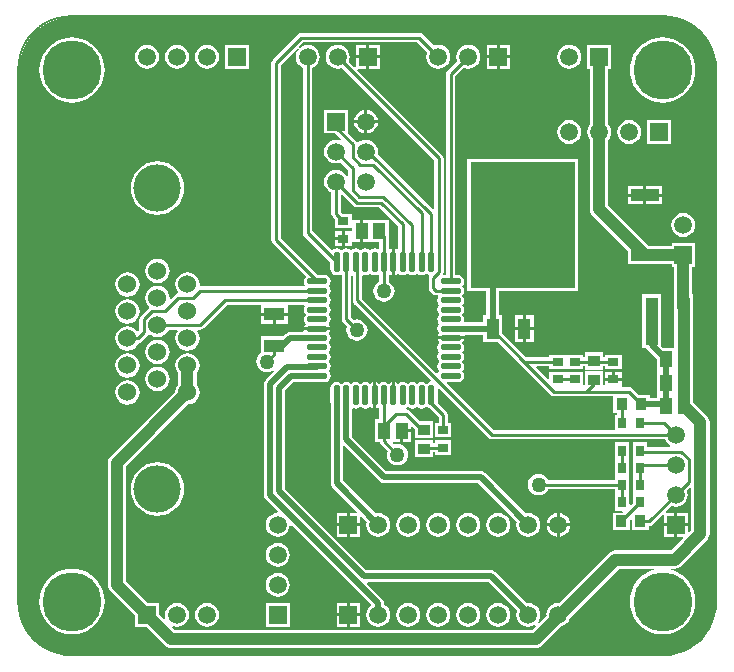
<source format=gtl>
%FSDAX24Y24*%
%MOIN*%
%SFA1B1*%

%IPPOS*%
%ADD10R,0.043300X0.055100*%
%ADD11R,0.035400X0.027600*%
%ADD12R,0.039400X0.037400*%
%ADD13R,0.043300X0.066900*%
%ADD14R,0.066900X0.043300*%
%ADD15R,0.350400X0.419300*%
%ADD16R,0.094500X0.041300*%
%ADD17R,0.037400X0.039400*%
%ADD18R,0.027600X0.035400*%
%ADD19O,0.021700X0.068900*%
%ADD20O,0.068900X0.021700*%
%ADD21C,0.020000*%
%ADD22C,0.010000*%
%ADD23C,0.040000*%
%ADD24C,0.157500*%
%ADD25C,0.060000*%
%ADD26C,0.059100*%
%ADD27R,0.059100X0.059100*%
%ADD28R,0.059100X0.059100*%
%ADD29C,0.050000*%
%ADD30C,0.196900*%
%ADD34C,0.005000*%
%ADD54C,0.080000*%
%ADD55C,0.160000*%
%ADD56C,0.320000*%
%LNmetr4810_pcb_c_layout-1*%
%LPD*%
G54D34*
X019918Y019493D02*
X020148Y019447D01*
X020371Y019372*
X020581Y019268*
X020775Y019138*
X020952Y018984*
X021107Y018807*
X021237Y018612*
X021340Y018402*
X021416Y018180*
X021462Y017950*
X021477Y017721*
X021476Y017719*
X021475Y-000001*
X021476Y-000007*
X021462Y-000233*
X021416Y-000463*
X021340Y-000685*
X021237Y-000896*
X021107Y-001090*
X020952Y-001267*
X020775Y-001422*
X020581Y-001552*
X020371Y-001655*
X020148Y-001730*
X019918Y-001777*
X019692Y-001791*
X019686Y-001791*
X-000001*
X-000007Y-001791*
X-000233Y-001777*
X-000463Y-001730*
X-000685Y-001655*
X-000896Y-001552*
X-001090Y-001422*
X-001267Y-001267*
X-001422Y-001090*
X-001552Y-000896*
X-001655Y-000685*
X-001730Y-000463*
X-001777Y-000233*
X-001791Y-000007*
X-001791Y-000001*
Y017719*
X-001791Y017724*
X-001777Y017950*
X-001730Y018180*
X-001655Y018402*
X-001552Y018612*
X-001422Y018807*
X-001267Y018984*
X-001090Y019138*
X-000896Y019268*
X-000685Y019372*
X-000463Y019447*
X-000233Y019493*
X-000007Y019507*
X-000001Y019507*
X019686*
X019692Y019507*
X019918Y019493*
G54D22*
X019912Y019443D02*
X020135Y019399D01*
X020352Y019326*
X020556Y019225*
X020745Y019098*
X020916Y018948*
X021067Y018777*
X021193Y018587*
X021294Y018383*
X021368Y018167*
X021412Y017944*
X021426Y017725*
X021426Y017725*
X021425Y-000005*
X021426Y-000009*
X021412Y-000227*
X021368Y-000450*
X021294Y-000666*
X021193Y-000871*
X021067Y-001060*
X020916Y-001231*
X020745Y-001382*
X020556Y-001508*
X020352Y-001609*
X020135Y-001682*
X019912Y-001727*
X019694Y-001741*
X019690Y-001741*
X-000005*
X-000009Y-001741*
X-000227Y-001727*
X-000450Y-001682*
X-000666Y-001609*
X-000871Y-001508*
X-001060Y-001382*
X-001231Y-001231*
X-001382Y-001060*
X-001508Y-000871*
X-001609Y-000666*
X-001682Y-000450*
X-001727Y-000227*
X-001741Y-000009*
X-001741Y-000005*
Y017723*
X-001741Y017726*
X-001727Y017944*
X-001682Y018167*
X-001609Y018383*
X-001508Y018587*
X-001382Y018777*
X-001231Y018948*
X-001060Y019098*
X-000871Y019224*
X-000666Y019326*
X-000450Y019399*
X-000227Y019443*
X-000009Y019457*
X-000005Y019457*
X019690*
X019694Y019457*
X019912Y019443*
G54D21*
X019899Y019344D02*
X020109Y019302D01*
X020313Y019233*
X020505Y019138*
X020684Y019018*
X020846Y018877*
X020987Y018716*
X021107Y018537*
X021202Y018344*
X021271Y018141*
X021313Y017931*
X021326Y017724*
X021325Y-000012*
X021326Y-000013*
X021313Y-000214*
X021271Y-000424*
X021201Y-000627*
X021107Y-000821*
X020987Y-000999*
X020845Y-001160*
X020684Y-001302*
X020506Y-001422*
X020314Y-001516*
X020109Y-001585*
X019898Y-001628*
X019698Y-001641*
X019697Y-001641*
X-000012*
X-000013Y-001641*
X-000213Y-001628*
X-000424Y-001585*
X-000628Y-001516*
X-000821Y-001422*
X-000999Y-001302*
X-001160Y-001160*
X-001302Y-000999*
X-001422Y-000821*
X-001516Y-000628*
X-001585Y-000424*
X-001628Y-000213*
X-001641Y-000013*
X-001641Y-000012*
Y017731*
X-001641Y017731*
X-001628Y017930*
X-001585Y018141*
X-001516Y018345*
X-001422Y018537*
X-001302Y018716*
X-001161Y018877*
X-000999Y019018*
X-000821Y019138*
X-000627Y019233*
X-000424Y019302*
X-000214Y019344*
X-000013Y019357*
X-000012Y019357*
X019697*
X019698Y019357*
X019899Y019344*
G54D23*
X019873Y019145D02*
X020058Y019108D01*
X020237Y019048*
X020405Y018965*
X020562Y018859*
X020704Y018735*
X020828Y018594*
X020933Y018437*
X021016Y018267*
X021078Y018089*
X021114Y017905*
X021126Y017718*
X021125Y-000027*
X021125Y-000022*
X021114Y-000188*
X021078Y-000372*
X021016Y-000551*
X020933Y-000721*
X020828Y-000877*
X020704Y-001019*
X020562Y-001144*
X020405Y-001248*
X020237Y-001331*
X020057Y-001392*
X019872Y-001429*
X019705Y-001440*
X019710Y-001441*
X-000025*
X-000020Y-001440*
X-000187Y-001429*
X-000372Y-001392*
X-000551Y-001331*
X-000721Y-001248*
X-000877Y-001143*
X-001019Y-001019*
X-001143Y-000877*
X-001248Y-000721*
X-001331Y-000551*
X-001392Y-000372*
X-001429Y-000187*
X-001440Y-000020*
X-001441Y-000025*
Y017725*
X-001429Y017904*
X-001392Y018089*
X-001331Y018268*
X-001248Y018437*
X-001143Y018594*
X-001019Y018735*
X-000877Y018859*
X-000720Y018964*
X-000551Y019048*
X-000373Y019108*
X-000188Y019145*
X-000020Y019156*
X-000025Y019157*
X019710*
X019705Y019156*
X019873Y019145*
G54D54*
X019821Y018747D02*
X019955Y018721D01*
X020083Y018678*
X020204Y018618*
X020318Y018541*
X020421Y018451*
X020510Y018350*
X020586Y018237*
X020646Y018113*
X020690Y017985*
X020716Y017853*
X020726Y017705*
X020726Y005314*
X020967Y003709*
X020716Y-000136*
X020690Y-000268*
X020646Y-000397*
X020586Y-000520*
X020511Y-000632*
X020420Y-000735*
X020317Y-000826*
X020205Y-000901*
X020084Y-000960*
X019954Y-001004*
X019819Y-001032*
X015695Y-001301*
X013775Y-001041*
X005909*
X003989Y-001301*
X-000134Y-001032*
X-000268Y-001004*
X-000399Y-000960*
X-000520Y-000901*
X-000632Y-000826*
X-000735Y-000735*
X-000826Y-000632*
X-000901Y-000520*
X-000960Y-000399*
X-001004Y-000268*
X-001032Y-000134*
X-001301Y003989*
X-001041Y005909*
Y017712*
X-001031Y017851*
X-001004Y017985*
X-000961Y018115*
X-000901Y018237*
X-000825Y018350*
X-000736Y018451*
X-000633Y018541*
X-000519Y018617*
X-000397Y018678*
X-000270Y018721*
X-000136Y018747*
X003955Y019014*
X005838Y018757*
X013846*
X015727Y019014*
X019821Y018747*
G54D55*
X019717Y017952D02*
X019749Y017946D01*
X019776Y017937*
X019801Y017925*
X019831Y017905*
X019855Y017883*
X019874Y017862*
X019891Y017836*
X019906Y017806*
X019916Y017777*
X019921Y017749*
X019926Y017679*
X019926Y005254*
X020163Y003675*
X019921Y-000032*
X019916Y-000060*
X019906Y-000090*
X019891Y-000120*
X019875Y-000144*
X019853Y-000168*
X019829Y-000190*
X019803Y-000207*
X019779Y-000219*
X019746Y-000230*
X019714Y-000237*
X015723Y-000497*
X013829Y-000240*
X005855Y-000241*
X003961Y-000497*
X-000029Y-000237*
X-000060Y-000230*
X-000093Y-000219*
X-000120Y-000206*
X-000144Y-000190*
X-000168Y-000168*
X-000190Y-000144*
X-000206Y-000120*
X-000219Y-000093*
X-000230Y-000060*
X-000237Y-000029*
X-000497Y003961*
X-000240Y005855*
X-000241Y017687*
X-000237Y017746*
X-000230Y017777*
X-000220Y017809*
X-000206Y017836*
X-000189Y017862*
X-000170Y017884*
X-000146Y017905*
X-000117Y017924*
X-000090Y017937*
X-000063Y017946*
X-000032Y017952*
X003927Y018211*
X005783Y017957*
X013901*
X015756Y018211*
X019717Y017952*
G54D56*
X019509Y016363D02*
X019337Y016397D01*
X019162Y016456*
X018996Y016538*
X018856Y016632*
X018723Y016748*
X018601Y016887*
X018502Y017035*
X018426Y017190*
X018367Y017361*
X018332Y017542*
X018326Y017627*
X018326Y005134*
X018556Y003607*
X018332Y000175*
X018367Y000355*
X018425Y000523*
X018502Y000680*
X018604Y000832*
X018720Y000964*
X018852Y001080*
X019001Y001180*
X019167Y001262*
X019331Y001317*
X019503Y001352*
X015779Y001109*
X013936Y001359*
X005748Y001358*
X003905Y001109*
X000181Y001352*
X000355Y001317*
X000517Y001262*
X000681Y001182*
X000832Y001080*
X000964Y000964*
X001080Y000832*
X001182Y000681*
X001262Y000517*
X001317Y000355*
X001352Y000181*
X001109Y003905*
X001359Y005748*
X001359Y017635*
X001352Y017535*
X001317Y017361*
X001261Y017196*
X001182Y017035*
X001083Y016887*
X000961Y016748*
X000828Y016632*
X000685Y016536*
X000523Y016456*
X000349Y016397*
X000175Y016363*
X003870Y016604*
X005674Y016357*
X014010*
X015813Y016604*
X019509Y016363*
X001840Y001830D02*
X017830D01*
X001840Y005030D02*
X017830D01*
X001840Y008230D02*
X017830D01*
X001840Y011430D02*
X017830D01*
X001840Y014630D02*
X017830D01*
%LNmetr4810_pcb_c_layout-2*%
%LPC*%
G36*
X020525Y002950D02*
X020180D01*
Y002605*
X020525*
Y002950*
G37*
G36*
X016265Y002947D02*
Y002605D01*
X016607*
X016600Y002658*
X016561Y002754*
X016497Y002837*
X016415Y002900*
X016319Y002940*
X016265Y002947*
G37*
G36*
X012028Y005380D02*
X011435D01*
Y004806*
X012028*
Y004980*
X012096*
Y004895*
X012650*
Y005370*
X012096*
Y005286*
X012028*
Y005380*
G37*
G36*
X002850Y004638D02*
X002676Y004621D01*
X002509Y004570*
X002355Y004488*
X002219Y004377*
X002109Y004242*
X002026Y004088*
X001975Y003921*
X001958Y003747*
X001975Y003573*
X002026Y003405*
X002109Y003251*
X002219Y003116*
X002355Y003005*
X002509Y002923*
X002676Y002872*
X002850Y002855*
X003024Y002872*
X003191Y002923*
X003345Y003005*
X003481Y003116*
X003591Y003251*
X003674Y003405*
X003725Y003573*
X003742Y003747*
X003725Y003921*
X003674Y004088*
X003591Y004242*
X003481Y004377*
X003345Y004488*
X003191Y004570*
X003024Y004621*
X002850Y004638*
G37*
G36*
X016165Y002947D02*
X016112Y002940D01*
X016016Y002900*
X015933Y002837*
X015870Y002754*
X015830Y002658*
X015823Y002605*
X016165*
Y002947*
G37*
G36*
Y002505D02*
X015823D01*
X015830Y002452*
X015870Y002356*
X015933Y002273*
X016016Y002210*
X016112Y002170*
X016165Y002163*
Y002505*
G37*
G36*
X020080D02*
X019735D01*
Y002160*
X020080*
Y002505*
G37*
G36*
X009165Y002950D02*
X008820D01*
Y002605*
X009165*
Y002950*
G37*
G36*
X016607Y002505D02*
X016265D01*
Y002163*
X016319Y002170*
X016415Y002210*
X016497Y002273*
X016561Y002356*
X016600Y002452*
X016607Y002505*
G37*
G36*
X001850Y008272D02*
X001746Y008258D01*
X001648Y008218*
X001565Y008154*
X001501Y008070*
X001460Y007973*
X001447Y007868*
X001460Y007764*
X001501Y007667*
X001565Y007583*
X001648Y007519*
X001746Y007479*
X001850Y007465*
X001954Y007479*
X002052Y007519*
X002135Y007583*
X002199Y007667*
X002240Y007764*
X002253Y007868*
X002240Y007973*
X002199Y008070*
X002135Y008154*
X002052Y008218*
X001954Y008258*
X001850Y008272*
G37*
G36*
X018319Y007643D02*
X018091D01*
Y007455*
X018319*
Y007643*
G37*
G36*
X015031Y009050D02*
X014765D01*
Y008665*
X015031*
Y009050*
G37*
G36*
X002850Y008722D02*
X002746Y008708D01*
X002648Y008668*
X002565Y008604*
X002501Y008520*
X002460Y008423*
X002447Y008318*
X002460Y008214*
X002501Y008117*
X002565Y008033*
X002648Y007969*
X002746Y007929*
X002850Y007915*
X002954Y007929*
X003052Y007969*
X003135Y008033*
X003199Y008117*
X003240Y008214*
X003253Y008318*
X003240Y008423*
X003199Y008520*
X003135Y008604*
X003052Y008668*
X002954Y008708*
X002850Y008722*
G37*
G36*
X017991Y007643D02*
X017764D01*
Y007455*
X017991*
Y007643*
G37*
G36*
X001850Y007372D02*
X001746Y007358D01*
X001648Y007318*
X001565Y007254*
X001501Y007170*
X001460Y007073*
X001447Y006968*
X001460Y006864*
X001501Y006767*
X001565Y006683*
X001648Y006619*
X001746Y006579*
X001850Y006565*
X001954Y006579*
X002052Y006619*
X002135Y006683*
X002199Y006767*
X002240Y006864*
X002253Y006968*
X002240Y007073*
X002199Y007170*
X002135Y007254*
X002052Y007318*
X001954Y007358*
X001850Y007372*
G37*
G36*
X011312Y005650D02*
X011045D01*
Y005324*
X011312*
Y005650*
G37*
G36*
X009770Y007324D02*
X009689Y007308D01*
X009620Y007262*
X009605*
X009536Y007308*
X009455Y007324*
X009374Y007308*
X009305Y007262*
X009290*
X009221Y007308*
X009140Y007324*
X009059Y007308*
X008990Y007262*
X008975*
X008906Y007308*
X008825Y007324*
X008744Y007308*
X008675Y007262*
X008629Y007193*
X008613Y007112*
Y006639*
X008621Y006597*
Y003945*
X008637Y003867*
X008681Y003801*
X009486Y002997*
X009466Y002950*
X009265*
Y002605*
X009611*
Y002806*
X009657Y002825*
X009830Y002653*
X009817Y002555*
X009830Y002452*
X009870Y002356*
X009933Y002273*
X010016Y002210*
X010112Y002170*
X010215Y002156*
X010319Y002170*
X010415Y002210*
X010497Y002273*
X010561Y002356*
X010600Y002452*
X010614Y002555*
X010600Y002658*
X010561Y002754*
X010497Y002837*
X010415Y002900*
X010319Y002940*
X010215Y002954*
X010118Y002941*
X009029Y004030*
Y005167*
X009075Y005186*
X010256Y004006*
X010322Y003962*
X010400Y003946*
X013536*
X014830Y002653*
X014817Y002555*
X014830Y002452*
X014870Y002356*
X014933Y002273*
X015016Y002210*
X015112Y002170*
X015215Y002156*
X015319Y002170*
X015415Y002210*
X015497Y002273*
X015561Y002356*
X015600Y002452*
X015614Y002555*
X015600Y002658*
X015561Y002754*
X015497Y002837*
X015415Y002900*
X015319Y002940*
X015215Y002954*
X015118Y002941*
X013765Y004294*
X013699Y004338*
X013620Y004354*
X010484*
X009344Y005494*
Y006408*
X009394Y006439*
X009455Y006427*
X009536Y006443*
X009605Y006489*
X009620*
X009689Y006443*
X009770Y006427*
X009851Y006443*
X009920Y006489*
X009935*
X010004Y006443*
X010035Y006437*
Y006876*
Y007314*
X010004Y007308*
X009935Y007262*
X009920*
X009851Y007308*
X009770Y007324*
G37*
G36*
X002850Y007822D02*
X002746Y007808D01*
X002648Y007768*
X002565Y007704*
X002501Y007620*
X002460Y007523*
X002447Y007418*
X002460Y007314*
X002501Y007217*
X002565Y007133*
X002648Y007069*
X002746Y007029*
X002850Y007015*
X002954Y007029*
X003052Y007069*
X003135Y007133*
X003199Y007217*
X003240Y007314*
X003253Y007418*
X003240Y007523*
X003199Y007620*
X003135Y007704*
X003052Y007768*
X002954Y007808*
X002850Y007822*
G37*
G36*
X009611Y002505D02*
X009265D01*
Y002160*
X009611*
Y002505*
G37*
G36*
X007253Y-000050D02*
X006462D01*
Y-000840*
X007253*
Y-000050*
G37*
G36*
X014215Y-000046D02*
X014112Y-000060D01*
X014016Y-000100*
X013933Y-000163*
X013870Y-000246*
X013830Y-000342*
X013817Y-000445*
X013830Y-000548*
X013870Y-000644*
X013933Y-000727*
X014016Y-000790*
X014112Y-000830*
X014215Y-000844*
X014319Y-000830*
X014415Y-000790*
X014497Y-000727*
X014561Y-000644*
X014600Y-000548*
X014614Y-000445*
X014600Y-000342*
X014561Y-000246*
X014497Y-000163*
X014415Y-000100*
X014319Y-000060*
X014215Y-000046*
G37*
G36*
X009611Y-000495D02*
X009265D01*
Y-000840*
X009611*
Y-000495*
G37*
G36*
X009165D02*
X008820D01*
Y-000840*
X009165*
Y-000495*
G37*
G36*
X013215Y-000046D02*
X013112Y-000060D01*
X013016Y-000100*
X012933Y-000163*
X012870Y-000246*
X012830Y-000342*
X012817Y-000445*
X012830Y-000548*
X012870Y-000644*
X012933Y-000727*
X013016Y-000790*
X013112Y-000830*
X013215Y-000844*
X013319Y-000830*
X013415Y-000790*
X013497Y-000727*
X013561Y-000644*
X013600Y-000548*
X013614Y-000445*
X013600Y-000342*
X013561Y-000246*
X013497Y-000163*
X013415Y-000100*
X013319Y-000060*
X013215Y-000046*
G37*
G36*
X004500D02*
X004397Y-000060D01*
X004301Y-000100*
X004218Y-000163*
X004155Y-000246*
X004115Y-000342*
X004101Y-000445*
X004115Y-000548*
X004155Y-000644*
X004218Y-000727*
X004301Y-000790*
X004397Y-000830*
X004500Y-000844*
X004603Y-000830*
X004699Y-000790*
X004782Y-000727*
X004845Y-000644*
X004885Y-000548*
X004899Y-000445*
X004885Y-000342*
X004845Y-000246*
X004782Y-000163*
X004699Y-000100*
X004603Y-000060*
X004500Y-000046*
G37*
G36*
X000000Y001088D02*
X-000170Y001074D01*
X-000336Y001034*
X-000494Y000969*
X-000639Y000880*
X-000769Y000769*
X-000880Y000639*
X-000969Y000494*
X-001034Y000336*
X-001074Y000170*
X-001088Y000000*
X-001074Y-000170*
X-001034Y-000336*
X-000969Y-000494*
X-000880Y-000639*
X-000769Y-000769*
X-000639Y-000880*
X-000494Y-000969*
X-000336Y-001034*
X-000170Y-001074*
X000000Y-001088*
X000170Y-001074*
X000336Y-001034*
X000494Y-000969*
X000639Y-000880*
X000769Y-000769*
X000880Y-000639*
X000969Y-000494*
X001034Y-000336*
X001074Y-000170*
X001088Y000000*
X001074Y000170*
X001034Y000336*
X000969Y000494*
X000880Y000639*
X000769Y000769*
X000639Y000880*
X000494Y000969*
X000336Y001034*
X000170Y001074*
X000000Y001088*
G37*
G36*
X012215Y-000046D02*
X012112Y-000060D01*
X012016Y-000100*
X011933Y-000163*
X011870Y-000246*
X011830Y-000342*
X011817Y-000445*
X011830Y-000548*
X011870Y-000644*
X011933Y-000727*
X012016Y-000790*
X012112Y-000830*
X012215Y-000844*
X012319Y-000830*
X012415Y-000790*
X012497Y-000727*
X012561Y-000644*
X012600Y-000548*
X012614Y-000445*
X012600Y-000342*
X012561Y-000246*
X012497Y-000163*
X012415Y-000100*
X012319Y-000060*
X012215Y-000046*
G37*
G36*
X011215D02*
X011112Y-000060D01*
X011016Y-000100*
X010933Y-000163*
X010870Y-000246*
X010830Y-000342*
X010817Y-000445*
X010830Y-000548*
X010870Y-000644*
X010933Y-000727*
X011016Y-000790*
X011112Y-000830*
X011215Y-000844*
X011319Y-000830*
X011415Y-000790*
X011497Y-000727*
X011561Y-000644*
X011600Y-000548*
X011614Y-000445*
X011600Y-000342*
X011561Y-000246*
X011497Y-000163*
X011415Y-000100*
X011319Y-000060*
X011215Y-000046*
G37*
G36*
X013215Y002954D02*
X013112Y002940D01*
X013016Y002900*
X012933Y002837*
X012870Y002754*
X012830Y002658*
X012817Y002555*
X012830Y002452*
X012870Y002356*
X012933Y002273*
X013016Y002210*
X013112Y002170*
X013215Y002156*
X013319Y002170*
X013415Y002210*
X013497Y002273*
X013561Y002356*
X013600Y002452*
X013614Y002555*
X013600Y002658*
X013561Y002754*
X013497Y002837*
X013415Y002900*
X013319Y002940*
X013215Y002954*
G37*
G36*
X012215D02*
X012112Y002940D01*
X012016Y002900*
X011933Y002837*
X011870Y002754*
X011830Y002658*
X011817Y002555*
X011830Y002452*
X011870Y002356*
X011933Y002273*
X012016Y002210*
X012112Y002170*
X012215Y002156*
X012319Y002170*
X012415Y002210*
X012497Y002273*
X012561Y002356*
X012600Y002452*
X012614Y002555*
X012600Y002658*
X012561Y002754*
X012497Y002837*
X012415Y002900*
X012319Y002940*
X012215Y002954*
G37*
G36*
X009165Y002505D02*
X008820D01*
Y002160*
X009165*
Y002505*
G37*
G36*
X014215Y002954D02*
X014112Y002940D01*
X014016Y002900*
X013933Y002837*
X013870Y002754*
X013830Y002658*
X013817Y002555*
X013830Y002452*
X013870Y002356*
X013933Y002273*
X014016Y002210*
X014112Y002170*
X014215Y002156*
X014319Y002170*
X014415Y002210*
X014497Y002273*
X014561Y002356*
X014600Y002452*
X014614Y002555*
X014600Y002658*
X014561Y002754*
X014497Y002837*
X014415Y002900*
X014319Y002940*
X014215Y002954*
G37*
G36*
X011215D02*
X011112Y002940D01*
X011016Y002900*
X010933Y002837*
X010870Y002754*
X010830Y002658*
X010817Y002555*
X010830Y002452*
X010870Y002356*
X010933Y002273*
X011016Y002210*
X011112Y002170*
X011215Y002156*
X011319Y002170*
X011415Y002210*
X011497Y002273*
X011561Y002356*
X011600Y002452*
X011614Y002555*
X011600Y002658*
X011561Y002754*
X011497Y002837*
X011415Y002900*
X011319Y002940*
X011215Y002954*
G37*
G36*
X009611Y-000050D02*
X009265D01*
Y-000395*
X009611*
Y-000050*
G37*
G36*
X009165D02*
X008820D01*
Y-000395*
X009165*
Y-000050*
G37*
G36*
X006858Y001954D02*
X006754Y001940D01*
X006658Y001900*
X006576Y001837*
X006512Y001754*
X006473Y001658*
X006459Y001555*
X006473Y001452*
X006512Y001356*
X006576Y001273*
X006658Y001210*
X006754Y001170*
X006858Y001156*
X006961Y001170*
X007057Y001210*
X007140Y001273*
X007203Y001356*
X007243Y001452*
X007256Y001555*
X007243Y001658*
X007203Y001754*
X007140Y001837*
X007057Y001900*
X006961Y001940*
X006858Y001954*
G37*
G36*
Y000954D02*
X006754Y000940D01*
X006658Y000900*
X006576Y000837*
X006512Y000754*
X006473Y000658*
X006459Y000555*
X006473Y000452*
X006512Y000356*
X006576Y000273*
X006658Y000210*
X006754Y000170*
X006858Y000156*
X006961Y000170*
X007057Y000210*
X007140Y000273*
X007203Y000356*
X007243Y000452*
X007256Y000555*
X007243Y000658*
X007203Y000754*
X007140Y000837*
X007057Y000900*
X006961Y000940*
X006858Y000954*
G37*
G36*
X015398Y009050D02*
X015131D01*
Y008665*
X015398*
Y009050*
G37*
G36*
X003500Y018560D02*
X003397Y018547D01*
X003301Y018507*
X003218Y018443*
X003155Y018361*
X003115Y018265*
X003101Y018161*
X003115Y018058*
X003155Y017962*
X003218Y017880*
X003301Y017816*
X003397Y017776*
X003500Y017763*
X003603Y017776*
X003699Y017816*
X003782Y017880*
X003845Y017962*
X003885Y018058*
X003899Y018161*
X003885Y018265*
X003845Y018361*
X003782Y018443*
X003699Y018507*
X003603Y018547*
X003500Y018560*
G37*
G36*
X002500D02*
X002397Y018547D01*
X002301Y018507*
X002218Y018443*
X002155Y018361*
X002115Y018265*
X002101Y018161*
X002115Y018058*
X002155Y017962*
X002218Y017880*
X002301Y017816*
X002397Y017776*
X002500Y017763*
X002603Y017776*
X002699Y017816*
X002782Y017880*
X002845Y017962*
X002885Y018058*
X002899Y018161*
X002885Y018265*
X002845Y018361*
X002782Y018443*
X002699Y018507*
X002603Y018547*
X002500Y018560*
G37*
G36*
X011577Y018953D02*
X007650D01*
X007591Y018941*
X007542Y018908*
X006692Y018058*
X006659Y018009*
X006647Y017950*
Y012050*
X006659Y011992*
X006692Y011942*
X007791Y010843*
X007789Y010825*
X007743Y010756*
X007727Y010675*
X007743Y010594*
X007764Y010563*
X007737Y010513*
X004297*
X004251Y010552*
X004253Y010568*
X004240Y010673*
X004199Y010770*
X004135Y010854*
X004052Y010918*
X003954Y010958*
X003850Y010972*
X003746Y010958*
X003648Y010918*
X003565Y010854*
X003501Y010770*
X003460Y010673*
X003447Y010568*
X003460Y010464*
X003501Y010367*
X003537Y010320*
X003516Y010264*
X003492Y010260*
X003442Y010226*
X003296Y010081*
X003251Y010103*
X003253Y010118*
X003240Y010223*
X003199Y010320*
X003135Y010404*
X003052Y010468*
X002954Y010508*
X002850Y010522*
X002746Y010508*
X002648Y010468*
X002565Y010404*
X002501Y010320*
X002460Y010223*
X002447Y010118*
X002460Y010014*
X002501Y009917*
X002560Y009839*
X002565Y009814*
X002564Y009782*
X002555Y009776*
X002292Y009513*
X002259Y009463*
X002247Y009405*
Y009043*
X002217Y009014*
X002163Y009018*
X002135Y009054*
X002052Y009118*
X001954Y009158*
X001850Y009172*
X001746Y009158*
X001648Y009118*
X001565Y009054*
X001501Y008970*
X001460Y008873*
X001447Y008768*
X001460Y008664*
X001501Y008567*
X001565Y008483*
X001648Y008419*
X001746Y008379*
X001850Y008365*
X001954Y008379*
X002052Y008419*
X002135Y008483*
X002199Y008567*
X002221Y008620*
X002259Y008627*
X002308Y008660*
X002508Y008860*
X002532Y008896*
X002579Y008911*
X002593Y008912*
X002648Y008869*
X002746Y008829*
X002850Y008815*
X002954Y008829*
X003052Y008869*
X003135Y008933*
X003199Y009017*
X003220Y009065*
X003511*
X003535Y009015*
X003501Y008970*
X003460Y008873*
X003447Y008768*
X003460Y008664*
X003501Y008567*
X003565Y008483*
X003648Y008419*
X003746Y008379*
X003850Y008365*
X003954Y008379*
X004052Y008419*
X004135Y008483*
X004199Y008567*
X004240Y008664*
X004253Y008768*
X004240Y008873*
X004199Y008970*
X004165Y009015*
X004189Y009065*
X004284*
X004343Y009077*
X004392Y009110*
X005174Y009892*
X006315*
Y009632*
X006750*
X007185*
Y009892*
X007737*
X007764Y009842*
X007743Y009811*
X007727Y009730*
X007743Y009649*
X007789Y009580*
Y009565*
X007743Y009496*
X007727Y009415*
X007743Y009334*
X007768Y009296*
X007786Y009257*
X007768Y009219*
X007743Y009181*
X007737Y009150*
X008176*
X008614*
X008608Y009181*
X008583Y009219*
X008565Y009257*
X008583Y009296*
X008608Y009334*
X008624Y009415*
X008608Y009496*
X008562Y009565*
Y009580*
X008608Y009649*
X008624Y009730*
X008608Y009811*
X008583Y009849*
X008565Y009887*
X008583Y009926*
X008608Y009964*
X008624Y010045*
X008608Y010126*
X008562Y010195*
Y010210*
X008608Y010279*
X008624Y010360*
X008608Y010441*
X008562Y010510*
Y010525*
X008608Y010594*
X008624Y010675*
X008608Y010756*
X008562Y010825*
X008493Y010871*
X008412Y010887*
X008180*
X006953Y012114*
Y017887*
X007523Y018457*
X007559Y018425*
X007560Y018424*
X007532Y018386*
X007512Y018361*
X007473Y018265*
X007459Y018161*
X007473Y018058*
X007512Y017962*
X007576Y017880*
X007658Y017816*
X007705Y017797*
Y012292*
X007716Y012233*
X007750Y012184*
X008613Y011320*
Y011088*
X008629Y011007*
X008675Y010938*
X008744Y010892*
X008825Y010876*
X008906Y010892*
X008937Y010913*
X008987Y010886*
Y009410*
X008999Y009351*
X009032Y009302*
X009169Y009165*
X009159Y009141*
X009147Y009050*
X009159Y008959*
X009194Y008873*
X009250Y008800*
X009323Y008744*
X009409Y008709*
X009500Y008697*
X009591Y008709*
X009677Y008744*
X009750Y008800*
X009806Y008873*
X009841Y008959*
X009853Y009050*
X009841Y009141*
X009806Y009227*
X009750Y009300*
X009677Y009356*
X009591Y009391*
X009500Y009403*
X009409Y009391*
X009385Y009381*
X009293Y009473*
Y010845*
X009343Y010874*
X009359Y010864*
Y010036*
X009371Y009978*
X009404Y009928*
X011960Y007372*
X011943Y007318*
X011894Y007308*
X011825Y007262*
X011810*
X011741Y007308*
X011660Y007324*
X011579Y007308*
X011510Y007262*
X011495*
X011426Y007308*
X011345Y007324*
X011264Y007308*
X011226Y007283*
X011187Y007265*
X011149Y007283*
X011111Y007308*
X011030Y007324*
X010949Y007308*
X010911Y007283*
X010872Y007265*
X010834Y007283*
X010796Y007308*
X010765Y007314*
Y006876*
X010665*
Y007314*
X010634Y007308*
X010565Y007262*
X010550*
X010481Y007308*
X010400Y007324*
X010319Y007308*
X010250Y007262*
X010235*
X010166Y007308*
X010135Y007314*
Y006876*
Y006437*
X010166Y006443*
X010197Y006464*
X010247Y006437*
Y006076*
X010088*
Y005324*
X010256*
X010263Y005287*
X010297Y005237*
X010519Y005015*
X010509Y004991*
X010497Y004900*
X010509Y004809*
X010544Y004723*
X010600Y004650*
X010673Y004594*
X010759Y004559*
X010850Y004547*
X010941Y004559*
X011027Y004594*
X011100Y004650*
X011156Y004723*
X011191Y004809*
X011203Y004900*
X011191Y004991*
X011156Y005077*
X011100Y005150*
X011027Y005206*
X010941Y005241*
X010850Y005253*
X010759Y005241*
X010735Y005231*
X010688Y005278*
X010707Y005324*
X010945*
Y005700*
X010995*
Y005750*
X011312*
Y005806*
X011358Y005825*
X011435Y005749*
Y005436*
X012028*
Y006010*
X011606*
X011258Y006358*
X011208Y006391*
X011150Y006403*
X011141*
X011125Y006453*
X011180Y006489*
X011195*
X011264Y006443*
X011345Y006427*
X011426Y006443*
X011495Y006489*
X011510*
X011579Y006443*
X011660Y006427*
X011741Y006443*
X011810Y006489*
X011825*
X011894Y006443*
X011952Y006432*
X012220Y006164*
Y005961*
X012096*
Y005485*
X012650*
Y005961*
X012526*
Y006227*
X012514Y006286*
X012481Y006335*
X012185Y006631*
X012187Y006639*
Y007074*
X012237Y007095*
X013885Y005447*
X013935Y005414*
X013993Y005402*
X019765*
X019785Y005356*
X019848Y005273*
X019931Y005210*
X019946Y005203*
X019936Y005153*
X019163*
Y005304*
X018688*
Y004749*
Y004731*
Y004177*
Y004159*
Y003604*
Y003586*
Y003287*
X018619Y003219*
X018573Y003238*
Y003586*
Y003604*
Y004127*
Y004177*
Y004209*
Y004731*
Y004749*
Y005304*
X018097*
Y004749*
Y004731*
Y004209*
Y004159*
Y004127*
Y004053*
X015867*
X015858Y004077*
X015801Y004150*
X015728Y004206*
X015643Y004241*
X015552Y004253*
X015460Y004241*
X015375Y004206*
X015302Y004150*
X015246Y004077*
X015211Y003991*
X015199Y003900*
X015211Y003809*
X015246Y003723*
X015302Y003650*
X015375Y003594*
X015460Y003559*
X015552Y003547*
X015643Y003559*
X015728Y003594*
X015801Y003650*
X015858Y003723*
X015867Y003747*
X018097*
Y003604*
Y003586*
Y003032*
X018330*
X018355Y002982*
X018342Y002964*
X018028*
Y002371*
X018602*
Y002729*
X018608Y002733*
X018658Y002706*
Y002371*
X019232*
Y002515*
X019242*
X019301Y002526*
X019350Y002559*
X019688Y002897*
X019735Y002878*
Y002605*
X020080*
Y002950*
X019807*
X019788Y002997*
X019980Y003189*
X020027Y003170*
X020130Y003156*
X020233Y003170*
X020329Y003210*
X020412Y003273*
X020475Y003356*
X020515Y003452*
X020529Y003555*
X020515Y003658*
X020496Y003705*
X020601Y003810*
X020647Y003791*
Y002375*
X020571Y002299*
X020525Y002318*
Y002505*
X020180*
Y002160*
X020367*
X020386Y002114*
X019975Y001703*
X018110*
X018032Y001692*
X017959Y001662*
X017896Y001614*
X016234Y-000049*
X016215Y-000046*
X016112Y-000060*
X016016Y-000100*
X015933Y-000163*
X015870Y-000246*
X015830Y-000342*
X015817Y-000445*
X015819Y-000463*
X015576Y-000706*
X015538Y-000673*
X015561Y-000644*
X015600Y-000548*
X015614Y-000445*
X015600Y-000342*
X015561Y-000246*
X015497Y-000163*
X015415Y-000100*
X015319Y-000060*
X015215Y-000046*
X015162Y-000053*
X014115Y000994*
X014049Y001038*
X013970Y001054*
X009809*
X007104Y003759*
Y007041*
X007384Y007321*
X007897*
X007939Y007313*
X008412*
X008493Y007329*
X008562Y007375*
X008608Y007444*
X008624Y007525*
X008608Y007606*
X008562Y007675*
Y007690*
X008608Y007759*
X008624Y007840*
X008608Y007921*
X008562Y007990*
Y008005*
X008608Y008074*
X008624Y008155*
X008608Y008236*
X008583Y008274*
X008565Y008313*
X008583Y008351*
X008608Y008389*
X008624Y008470*
X008608Y008551*
X008562Y008620*
Y008635*
X008608Y008704*
X008624Y008785*
X008608Y008866*
X008562Y008935*
Y008950*
X008608Y009019*
X008614Y009050*
X008176*
X007737*
X007739Y009039*
X007708Y008989*
X007267*
X007189Y008973*
X007122Y008929*
X007028Y008835*
X006315*
Y008299*
X006250Y008250*
X006194Y008177*
X006159Y008091*
X006147Y008000*
X006159Y007909*
X006194Y007823*
X006250Y007750*
X006323Y007694*
X006409Y007659*
X006500Y007647*
X006591Y007659*
X006677Y007694*
X006714Y007723*
X006747Y007685*
X006456Y007394*
X006412Y007328*
X006396Y007250*
Y003550*
X006412Y003472*
X006456Y003406*
X006861Y003001*
X006839Y002951*
X006754Y002940*
X006658Y002900*
X006576Y002837*
X006512Y002754*
X006473Y002658*
X006459Y002555*
X006473Y002452*
X006512Y002356*
X006576Y002273*
X006658Y002210*
X006754Y002170*
X006858Y002156*
X006961Y002170*
X007057Y002210*
X007140Y002273*
X007203Y002356*
X007243Y002452*
X007254Y002537*
X007303Y002558*
X009958Y-000097*
X009955Y-000146*
X009933Y-000163*
X009870Y-000246*
X009830Y-000342*
X009817Y-000445*
X009830Y-000548*
X009870Y-000644*
X009933Y-000727*
X010016Y-000790*
X010112Y-000830*
X010215Y-000844*
X010319Y-000830*
X010415Y-000790*
X010497Y-000727*
X010561Y-000644*
X010600Y-000548*
X010614Y-000445*
X010600Y-000342*
X010561Y-000246*
X010497Y-000163*
X010415Y-000100*
X010404Y-000095*
Y-000050*
X010388Y000028*
X010344Y000094*
X009839Y000600*
X009858Y000646*
X013886*
X014843Y-000311*
X014830Y-000342*
X014817Y-000445*
X014830Y-000548*
X014870Y-000644*
X014933Y-000727*
X015016Y-000790*
X015112Y-000830*
X015215Y-000844*
X015319Y-000830*
X015415Y-000790*
X015444Y-000768*
X015477Y-000806*
X015335Y-000947*
X003430*
X003346Y-000863*
X003374Y-000821*
X003397Y-000830*
X003500Y-000844*
X003603Y-000830*
X003699Y-000790*
X003782Y-000727*
X003845Y-000644*
X003885Y-000548*
X003899Y-000445*
X003885Y-000342*
X003845Y-000246*
X003782Y-000163*
X003699Y-000100*
X003603Y-000060*
X003500Y-000046*
X003397Y-000060*
X003301Y-000100*
X003218Y-000163*
X003155Y-000246*
X003115Y-000342*
X003101Y-000445*
X003115Y-000548*
X003124Y-000570*
X003082Y-000599*
X002895Y-000412*
Y-000050*
X002533*
X001803Y000680*
Y004493*
X003878Y006569*
X003954Y006579*
X004052Y006619*
X004135Y006683*
X004199Y006767*
X004240Y006864*
X004253Y006968*
X004240Y007073*
X004199Y007170*
X004153Y007231*
Y007606*
X004199Y007667*
X004240Y007764*
X004253Y007868*
X004240Y007973*
X004199Y008070*
X004135Y008154*
X004052Y008218*
X003954Y008258*
X003850Y008272*
X003746Y008258*
X003648Y008218*
X003565Y008154*
X003501Y008070*
X003460Y007973*
X003447Y007868*
X003460Y007764*
X003501Y007667*
X003547Y007606*
Y007231*
X003501Y007170*
X003460Y007073*
X003450Y006996*
X001286Y004832*
X001238Y004770*
X001208Y004697*
X001197Y004618*
Y000555*
X001208Y000477*
X001238Y000404*
X001286Y000341*
X002105Y-000478*
Y-000840*
X002467*
X003091Y-001464*
X003154Y-001512*
X003227Y-001542*
X003305Y-001553*
X015460*
X015539Y-001542*
X015612Y-001512*
X015674Y-001464*
X016307Y-000832*
X016319Y-000830*
X016415Y-000790*
X016497Y-000727*
X016561Y-000644*
X016600Y-000548*
X016602Y-000536*
X018236Y001097*
X019397*
X019403Y001047*
X019349Y001034*
X019191Y000969*
X019046Y000880*
X018916Y000769*
X018805Y000639*
X018716Y000494*
X018651Y000336*
X018611Y000170*
X018597Y000000*
X018611Y-000170*
X018651Y-000336*
X018716Y-000494*
X018805Y-000639*
X018916Y-000769*
X019046Y-000880*
X019191Y-000969*
X019349Y-001034*
X019515Y-001074*
X019685Y-001088*
X019855Y-001074*
X020021Y-001034*
X020179Y-000969*
X020324Y-000880*
X020454Y-000769*
X020565Y-000639*
X020654Y-000494*
X020719Y-000336*
X020759Y-000170*
X020773Y000000*
X020759Y000170*
X020719Y000336*
X020654Y000494*
X020565Y000639*
X020454Y000769*
X020324Y000880*
X020179Y000969*
X020021Y001034*
X019967Y001047*
X019973Y001097*
X020100*
X020178Y001108*
X020251Y001138*
X020314Y001186*
X021164Y002036*
X021212Y002099*
X021242Y002172*
X021253Y002250*
Y005973*
X021242Y006051*
X021212Y006124*
X021164Y006187*
X020710Y006641*
Y006905*
Y006923*
Y007674*
Y007692*
Y008444*
Y008462*
Y009331*
Y009365*
Y010235*
X020683*
Y011155*
X020775*
Y011945*
X019985*
Y011853*
X019672*
Y011857*
X019221*
X017876Y013202*
Y015395*
X017918Y015451*
X017958Y015547*
X017972Y015650*
X017958Y015753*
X017918Y015849*
X017876Y015905*
Y017766*
X017968*
Y018557*
X017178*
Y017766*
X017270*
Y015905*
X017228Y015849*
X017188Y015753*
X017174Y015650*
X017188Y015547*
X017228Y015451*
X017270Y015395*
Y013077*
X017281Y012999*
X017311Y012926*
X017359Y012863*
X018528Y011695*
Y011243*
X019672*
Y011247*
X019985*
Y011155*
X020077*
Y010235*
Y009365*
Y009331*
Y008462*
X020035Y008444*
X019716*
X019647Y008512*
Y009331*
Y009365*
Y010235*
X019014*
Y009365*
Y009331*
Y008462*
X019143*
X019187Y008396*
X019487Y008096*
Y007692*
Y007674*
Y006923*
Y006905*
Y006795*
X019252*
Y006888*
X018884*
X018665Y007108*
X018615Y007141*
X018556Y007153*
X018363*
X018319Y007167*
Y007203*
Y007355*
X018041*
X017764*
Y007210*
X017714Y007182*
X017697Y007194*
Y007672*
X017103*
Y007194*
X017086Y007181*
X017036Y007207*
Y007643*
X016481*
X016463*
X015909*
Y007436*
X015863Y007417*
X015484Y007796*
X015503Y007842*
X015909*
Y007757*
X016431*
X016463*
X016513*
X017036*
Y007842*
X017103*
Y007728*
X017697*
Y007842*
X017764*
Y007757*
X018319*
Y008233*
X017764*
Y008148*
X017697*
Y008302*
X017103*
Y008148*
X017036*
Y008233*
X016513*
X016481*
X016431*
X015909*
Y008148*
X015132*
X014335Y008945*
Y009535*
X014222*
Y010354*
X016877*
Y014746*
X013173*
Y010354*
X013815*
Y009535*
X013702*
Y009304*
X013092*
X013061Y009354*
X013073Y009415*
X013057Y009496*
X013011Y009565*
Y009580*
X013057Y009649*
X013073Y009730*
X013057Y009811*
X013032Y009849*
X013014Y009887*
X013032Y009926*
X013057Y009964*
X013073Y010045*
X013057Y010126*
X013011Y010195*
Y010210*
X013057Y010279*
X013073Y010360*
X013057Y010441*
X013011Y010510*
Y010525*
X013057Y010594*
X013073Y010675*
X013057Y010756*
X013011Y010825*
X012942Y010871*
X012861Y010887*
X012777*
Y017507*
X013066Y017796*
X013112Y017776*
X013215Y017763*
X013319Y017776*
X013415Y017816*
X013497Y017880*
X013561Y017962*
X013600Y018058*
X013614Y018161*
X013600Y018265*
X013561Y018361*
X013497Y018443*
X013415Y018507*
X013319Y018547*
X013215Y018560*
X013112Y018547*
X013016Y018507*
X012933Y018443*
X012870Y018361*
X012830Y018265*
X012817Y018161*
X012830Y018058*
X012849Y018012*
X012516Y017679*
X012483Y017629*
X012471Y017570*
Y010887*
X012411*
X012398Y010900*
X012376Y010932*
X012386Y010981*
Y014767*
X012374Y014825*
X012341Y014875*
X009500Y017716*
X009521Y017766*
X009808*
Y018111*
X009462*
Y017825*
X009412Y017804*
X009218Y017998*
X009243Y018058*
X009256Y018161*
X009243Y018265*
X009203Y018361*
X009140Y018443*
X009057Y018507*
X008961Y018547*
X008858Y018560*
X008754Y018547*
X008658Y018507*
X008576Y018443*
X008512Y018361*
X008473Y018265*
X008459Y018161*
X008473Y018058*
X008512Y017962*
X008576Y017880*
X008658Y017816*
X008754Y017776*
X008858Y017763*
X008961Y017776*
X008994Y017790*
X012080Y014704*
Y013084*
X012034Y013065*
X010187Y014912*
X010199Y015000*
X010185Y015103*
X010145Y015199*
X010082Y015282*
X009999Y015345*
X009903Y015385*
X009800Y015399*
X009697Y015385*
X009601Y015345*
X009547Y015304*
X009535*
X009486Y015319*
X009463Y015353*
X009195Y015621*
Y016395*
X008405*
Y015605*
X008779*
X008974Y015410*
X008945Y015368*
X008903Y015385*
X008800Y015399*
X008697Y015385*
X008601Y015345*
X008518Y015282*
X008455Y015199*
X008415Y015103*
X008401Y015000*
X008415Y014897*
X008455Y014801*
X008518Y014718*
X008601Y014655*
X008697Y014615*
X008800Y014601*
X008903Y014615*
X008950Y014634*
X009202Y014382*
Y014194*
X009152Y014184*
X009145Y014199*
X009082Y014282*
X008999Y014345*
X008903Y014385*
X008800Y014399*
X008697Y014385*
X008601Y014345*
X008518Y014282*
X008455Y014199*
X008415Y014103*
X008401Y014000*
X008415Y013897*
X008455Y013801*
X008518Y013718*
X008601Y013655*
X008647Y013636*
Y012933*
X008659Y012874*
X008692Y012824*
X008766Y012751*
Y012452*
X009320*
X009338Y012410*
Y012380*
X009320Y012337*
X009288*
X009093*
Y012099*
Y011861*
X009320*
Y011932*
X009338Y011974*
X009370*
X009605*
Y012350*
Y012726*
X009338*
X009320Y012768*
Y012928*
X009021*
X008953Y012996*
Y013565*
X008999Y013585*
X009392Y013192*
X009441Y013159*
X009500Y013147*
X010237*
X010873Y012511*
Y011766*
X010823Y011739*
X010796Y011757*
X010765Y011763*
Y011324*
Y010886*
X010796Y010892*
X010865Y010938*
X010880*
X010949Y010892*
X011030Y010876*
X011111Y010892*
X011180Y010938*
X011195*
X011264Y010892*
X011345Y010876*
X011426Y010892*
X011495Y010938*
X011510*
X011579Y010892*
X011660Y010876*
X011741Y010892*
X011810Y010938*
X011825*
X011894Y010892*
X011905Y010839*
X011897Y010798*
Y010450*
X011909Y010391*
X011942Y010342*
X012032Y010252*
X012082Y010219*
X012140Y010207*
X012186*
X012213Y010157*
X012192Y010126*
X012176Y010045*
X012192Y009964*
X012217Y009926*
X012235Y009887*
X012217Y009849*
X012192Y009811*
X012176Y009730*
X012192Y009649*
X012238Y009580*
Y009565*
X012192Y009496*
X012176Y009415*
X012192Y009334*
X012217Y009296*
X012235Y009257*
X012217Y009219*
X012192Y009181*
X012176Y009100*
X012192Y009019*
X012238Y008950*
Y008935*
X012192Y008866*
X012186Y008835*
X012624*
X013063*
X013061Y008846*
X013092Y008896*
X013702*
Y008665*
X014182*
X014960Y007887*
X015956Y006892*
X016005Y006859*
X016064Y006847*
X018048*
Y006295*
X018182*
Y006227*
X018097*
Y005708*
X014056*
X012498Y007267*
X012517Y007313*
X012861*
X012942Y007329*
X013011Y007375*
X013057Y007444*
X013073Y007525*
X013057Y007606*
X013011Y007675*
Y007690*
X013057Y007759*
X013073Y007840*
X013057Y007921*
X013011Y007990*
Y008005*
X013057Y008074*
X013073Y008155*
X013057Y008236*
X013032Y008274*
X013014Y008313*
X013032Y008351*
X013057Y008389*
X013073Y008470*
X013057Y008551*
X013011Y008620*
Y008635*
X013057Y008704*
X013063Y008735*
X012624*
X012186*
X012192Y008704*
X012238Y008635*
Y008620*
X012192Y008551*
X012176Y008470*
X012192Y008389*
X012217Y008351*
X012235Y008313*
X012217Y008274*
X012192Y008236*
X012176Y008155*
X012192Y008074*
X012238Y008005*
Y007990*
X012192Y007921*
X012176Y007840*
X012192Y007759*
X012238Y007690*
Y007675*
X012207Y007628*
X012147Y007617*
X009665Y010100*
Y010853*
X009715Y010887*
X009770Y010876*
X009851Y010892*
X009920Y010938*
X009935*
X010004Y010892*
X010085Y010876*
X010166Y010892*
X010197Y010913*
X010247Y010886*
Y010665*
X010223Y010656*
X010150Y010600*
X010094Y010527*
X010059Y010441*
X010047Y010350*
X010059Y010259*
X010094Y010173*
X010150Y010100*
X010223Y010044*
X010309Y010009*
X010400Y009997*
X010491Y010009*
X010577Y010044*
X010650Y010100*
X010706Y010173*
X010741Y010259*
X010753Y010350*
X010741Y010441*
X010706Y010527*
X010650Y010600*
X010577Y010656*
X010553Y010665*
Y010886*
X010603Y010913*
X010634Y010892*
X010665Y010886*
Y011324*
Y011763*
X010634Y011757*
X010603Y011736*
X010553Y011763*
Y011974*
X010562*
Y012726*
X009705*
Y012350*
Y011974*
X010247*
Y011763*
X010197Y011736*
X010166Y011757*
X010085Y011773*
X010004Y011757*
X009935Y011711*
X009920*
X009851Y011757*
X009770Y011773*
X009689Y011757*
X009620Y011711*
X009605*
X009536Y011757*
X009455Y011773*
X009374Y011757*
X009305Y011711*
X009290*
X009221Y011757*
X009140Y011773*
X009059Y011757*
X008990Y011711*
X008975*
X008906Y011757*
X008825Y011773*
X008744Y011757*
X008675Y011711*
X008657Y011709*
X008011Y012355*
Y017797*
X008057Y017816*
X008140Y017880*
X008203Y017962*
X008243Y018058*
X008256Y018161*
X008243Y018265*
X008203Y018361*
X008140Y018443*
X008057Y018507*
X007961Y018547*
X007858Y018560*
X007754Y018547*
X007658Y018507*
X007633Y018487*
X007595Y018459*
X007594Y018460*
X007590Y018465*
X007562Y018496*
X007713Y018647*
X011513*
X011849Y018311*
X011830Y018265*
X011817Y018161*
X011830Y018058*
X011870Y017962*
X011933Y017880*
X012016Y017816*
X012112Y017776*
X012215Y017763*
X012319Y017776*
X012415Y017816*
X012497Y017880*
X012561Y017962*
X012600Y018058*
X012614Y018161*
X012600Y018265*
X012561Y018361*
X012497Y018443*
X012415Y018507*
X012319Y018547*
X012215Y018560*
X012112Y018547*
X012066Y018527*
X011685Y018908*
X011635Y018941*
X011577Y018953*
G37*
G36*
X004500Y018560D02*
X004397Y018547D01*
X004301Y018507*
X004218Y018443*
X004155Y018361*
X004115Y018265*
X004101Y018161*
X004115Y018058*
X004155Y017962*
X004218Y017880*
X004301Y017816*
X004397Y017776*
X004500Y017763*
X004603Y017776*
X004699Y017816*
X004782Y017880*
X004845Y017962*
X004885Y018058*
X004899Y018161*
X004885Y018265*
X004845Y018361*
X004782Y018443*
X004699Y018507*
X004603Y018547*
X004500Y018560*
G37*
G36*
X019685Y018804D02*
X019515Y018791D01*
X019349Y018751*
X019191Y018686*
X019046Y018596*
X018916Y018486*
X018805Y018356*
X018716Y018210*
X018651Y018053*
X018611Y017887*
X018597Y017717*
X018611Y017546*
X018651Y017380*
X018716Y017223*
X018805Y017077*
X018916Y016947*
X019046Y016837*
X019191Y016747*
X019349Y016682*
X019515Y016642*
X019685Y016629*
X019855Y016642*
X020021Y016682*
X020179Y016747*
X020324Y016837*
X020454Y016947*
X020565Y017077*
X020654Y017223*
X020719Y017380*
X020759Y017546*
X020773Y017717*
X020759Y017887*
X020719Y018053*
X020654Y018210*
X020565Y018356*
X020454Y018486*
X020324Y018596*
X020179Y018686*
X020021Y018751*
X019855Y018791*
X019685Y018804*
G37*
G36*
X009750Y016392D02*
X009697Y016385D01*
X009601Y016345*
X009518Y016282*
X009455Y016199*
X009415Y016103*
X009408Y016050*
X009750*
Y016392*
G37*
G36*
X010192Y015950D02*
X009850D01*
Y015608*
X009903Y015615*
X009999Y015655*
X010082Y015718*
X010145Y015801*
X010185Y015897*
X010192Y015950*
G37*
G36*
X000000Y018804D02*
X-000170Y018791D01*
X-000336Y018751*
X-000494Y018686*
X-000639Y018596*
X-000769Y018486*
X-000880Y018356*
X-000969Y018210*
X-001034Y018053*
X-001074Y017887*
X-001088Y017717*
X-001074Y017546*
X-001034Y017380*
X-000969Y017223*
X-000880Y017077*
X-000769Y016947*
X-000639Y016837*
X-000494Y016747*
X-000336Y016682*
X-000170Y016642*
X000000Y016629*
X000170Y016642*
X000336Y016682*
X000494Y016747*
X000639Y016837*
X000769Y016947*
X000880Y017077*
X000969Y017223*
X001034Y017380*
X001074Y017546*
X001088Y017717*
X001074Y017887*
X001034Y018053*
X000969Y018210*
X000880Y018356*
X000769Y018486*
X000639Y018596*
X000494Y018686*
X000336Y018751*
X000170Y018791*
X000000Y018804*
G37*
G36*
X009850Y016392D02*
Y016050D01*
X010192*
X010185Y016103*
X010145Y016199*
X010082Y016282*
X009999Y016345*
X009903Y016385*
X009850Y016392*
G37*
G36*
X009808Y018557D02*
X009462D01*
Y018211*
X009808*
Y018557*
G37*
G36*
X014165D02*
X013820D01*
Y018211*
X014165*
Y018557*
G37*
G36*
X010253D02*
X009908D01*
Y018211*
X010253*
Y018557*
G37*
G36*
X014611D02*
X014265D01*
Y018211*
X014611*
Y018557*
G37*
G36*
Y018111D02*
X014265D01*
Y017766*
X014611*
Y018111*
G37*
G36*
X005895Y018557D02*
X005105D01*
Y017766*
X005895*
Y018557*
G37*
G36*
X016573Y018560D02*
X016470Y018547D01*
X016374Y018507*
X016291Y018443*
X016228Y018361*
X016188Y018265*
X016174Y018161*
X016188Y018058*
X016228Y017962*
X016291Y017880*
X016374Y017816*
X016470Y017776*
X016573Y017763*
X016676Y017776*
X016772Y017816*
X016855Y017880*
X016918Y017962*
X016958Y018058*
X016972Y018161*
X016958Y018265*
X016918Y018361*
X016855Y018443*
X016772Y018507*
X016676Y018547*
X016573Y018560*
G37*
G36*
X014165Y018111D02*
X013820D01*
Y017766*
X014165*
Y018111*
G37*
G36*
X010253D02*
X009908D01*
Y017766*
X010253*
Y018111*
G37*
G36*
X009750Y015950D02*
X009408D01*
X009415Y015897*
X009455Y015801*
X009518Y015718*
X009601Y015655*
X009697Y015615*
X009750Y015608*
Y015950*
G37*
G36*
X002850Y011422D02*
X002746Y011408D01*
X002648Y011368*
X002565Y011304*
X002501Y011220*
X002460Y011123*
X002447Y011018*
X002460Y010914*
X002501Y010817*
X002565Y010733*
X002648Y010669*
X002746Y010629*
X002850Y010615*
X002954Y010629*
X003052Y010669*
X003135Y010733*
X003199Y010817*
X003240Y010914*
X003253Y011018*
X003240Y011123*
X003199Y011220*
X003135Y011304*
X003052Y011368*
X002954Y011408*
X002850Y011422*
G37*
G36*
X001850Y010972D02*
X001746Y010958D01*
X001648Y010918*
X001565Y010854*
X001501Y010770*
X001460Y010673*
X001447Y010568*
X001460Y010464*
X001501Y010367*
X001565Y010283*
X001648Y010219*
X001746Y010179*
X001850Y010165*
X001954Y010179*
X002052Y010219*
X002135Y010283*
X002199Y010367*
X002240Y010464*
X002253Y010568*
X002240Y010673*
X002199Y010770*
X002135Y010854*
X002052Y010918*
X001954Y010958*
X001850Y010972*
G37*
G36*
X008993Y012337D02*
X008766D01*
Y012149*
X008993*
Y012337*
G37*
G36*
Y012049D02*
X008766D01*
Y011861*
X008993*
Y012049*
G37*
G36*
X007185Y009531D02*
X006800D01*
Y009265*
X007185*
Y009531*
G37*
G36*
X015398Y009535D02*
X015131D01*
Y009150*
X015398*
Y009535*
G37*
G36*
X015031D02*
X014765D01*
Y009150*
X015031*
Y009535*
G37*
G36*
X006700Y009531D02*
X006315D01*
Y009265*
X006700*
Y009531*
G37*
G36*
X001850Y010072D02*
X001746Y010058D01*
X001648Y010018*
X001565Y009954*
X001501Y009870*
X001460Y009773*
X001447Y009668*
X001460Y009564*
X001501Y009467*
X001565Y009383*
X001648Y009319*
X001746Y009279*
X001850Y009265*
X001954Y009279*
X002052Y009319*
X002135Y009383*
X002199Y009467*
X002240Y009564*
X002253Y009668*
X002240Y009773*
X002199Y009870*
X002135Y009954*
X002052Y010018*
X001954Y010058*
X001850Y010072*
G37*
G36*
X016573Y016049D02*
X016470Y016035D01*
X016374Y015995*
X016291Y015932*
X016228Y015849*
X016188Y015753*
X016174Y015650*
X016188Y015547*
X016228Y015451*
X016291Y015368*
X016374Y015305*
X016470Y015265*
X016573Y015251*
X016676Y015265*
X016772Y015305*
X016855Y015368*
X016918Y015451*
X016958Y015547*
X016972Y015650*
X016958Y015753*
X016918Y015849*
X016855Y015932*
X016772Y015995*
X016676Y016035*
X016573Y016049*
G37*
G36*
X019672Y013857D02*
X019150D01*
Y013600*
X019672*
Y013857*
G37*
G36*
X019968Y016045D02*
X019178D01*
Y015255*
X019968*
Y016045*
G37*
G36*
X018573Y016049D02*
X018470Y016035D01*
X018374Y015995*
X018291Y015932*
X018228Y015849*
X018188Y015753*
X018174Y015650*
X018188Y015547*
X018228Y015451*
X018291Y015368*
X018374Y015305*
X018470Y015265*
X018573Y015251*
X018676Y015265*
X018772Y015305*
X018855Y015368*
X018918Y015451*
X018958Y015547*
X018972Y015650*
X018958Y015753*
X018918Y015849*
X018855Y015932*
X018772Y015995*
X018676Y016035*
X018573Y016049*
G37*
G36*
X019050Y013857D02*
X018528D01*
Y013600*
X019050*
Y013857*
G37*
G36*
X002850Y014682D02*
X002676Y014664D01*
X002509Y014614*
X002355Y014531*
X002219Y014420*
X002109Y014285*
X002026Y014131*
X001975Y013964*
X001958Y013790*
X001975Y013616*
X002026Y013449*
X002109Y013295*
X002219Y013159*
X002355Y013049*
X002509Y012966*
X002676Y012915*
X002850Y012898*
X003024Y012915*
X003191Y012966*
X003345Y013049*
X003481Y013159*
X003591Y013295*
X003674Y013449*
X003725Y013616*
X003742Y013790*
X003725Y013964*
X003674Y014131*
X003591Y014285*
X003481Y014420*
X003345Y014531*
X003191Y014614*
X003024Y014664*
X002850Y014682*
G37*
G36*
X020380Y012949D02*
X020277Y012935D01*
X020181Y012895*
X020098Y012832*
X020035Y012749*
X019995Y012653*
X019981Y012550*
X019995Y012447*
X020035Y012351*
X020098Y012268*
X020181Y012205*
X020277Y012165*
X020380Y012151*
X020483Y012165*
X020579Y012205*
X020662Y012268*
X020725Y012351*
X020765Y012447*
X020779Y012550*
X020765Y012653*
X020725Y012749*
X020662Y012832*
X020579Y012895*
X020483Y012935*
X020380Y012949*
G37*
G36*
X019672Y013500D02*
X019150D01*
Y013243*
X019672*
Y013500*
G37*
G36*
X019050D02*
X018528D01*
Y013243*
X019050*
Y013500*
G37*
%LNmetr4810_pcb_c_layout-3*%
%LPD*%
G54D10*
X019803Y006529D03*
X020394D03*
X019803Y008068D03*
X020394D03*
X019803Y007299D03*
X020394D03*
X009655Y012350D03*
X010245D03*
X010995Y005700D03*
X010405D03*
G54D11*
X016759Y007995D03*
Y007405D03*
X018041D03*
Y007995D03*
X016186Y007405D03*
Y007995D03*
X009043Y012099D03*
Y012690D03*
X012373Y005723D03*
Y005133D03*
G54D12*
X017400Y008015D03*
Y007385D03*
X011731Y005723D03*
Y005093D03*
G54D13*
X020394Y009800D03*
X019331D03*
X020394Y008896D03*
X019331D03*
X015081Y009100D03*
X014018D03*
G54D14*
X006750Y009582D03*
Y008518D03*
G54D15*
X015025Y012550D03*
G54D16*
X019100Y013550D03*
Y011550D03*
G54D17*
X018945Y002668D03*
X018315D03*
X018965Y006591D03*
X018335D03*
G54D18*
X018926Y005027D03*
X018335D03*
Y003309D03*
X018926D03*
Y005950D03*
X018335D03*
Y004454D03*
X018926D03*
Y003882D03*
X018335D03*
G54D19*
X011975Y011324D03*
X011660D03*
X011345D03*
X011030D03*
X010715D03*
X010400D03*
X010085D03*
X009770D03*
X009455D03*
X009140D03*
X008825D03*
Y006876D03*
X009140D03*
X009455D03*
X009770D03*
X010085D03*
X010400D03*
X010715D03*
X011030D03*
X011345D03*
X011660D03*
X011975D03*
G54D20*
X008176Y010675D03*
Y010360D03*
Y010045D03*
Y009730D03*
Y009415D03*
Y009100D03*
Y008785D03*
Y008470D03*
Y008155D03*
Y007840D03*
Y007525D03*
X012624D03*
Y007840D03*
Y008155D03*
Y008470D03*
Y008785D03*
Y009100D03*
Y009415D03*
Y009730D03*
Y010045D03*
Y010360D03*
Y010675D03*
G54D21*
X014018Y011543D02*
X015025Y012550D01*
X007000Y008518D02*
X007267Y008785D01*
X006750Y008518D02*
X007000D01*
X007267Y008785D02*
X008176D01*
X010200Y-000380D02*
X010265Y-000445D01*
X013970Y000850D02*
X015265Y-000445D01*
X014018Y009100D02*
Y011543D01*
X019741Y006591D02*
X019803Y006529D01*
X018965Y006591D02*
X019741D01*
X019803Y007299D02*
Y008068D01*
Y006529D02*
Y007299D01*
X019331Y008540D02*
X019803Y008068D01*
X019331Y008540D02*
Y008896D01*
X012624Y009100D02*
X014018D01*
X008169Y007833D02*
X008176Y007840D01*
X008825Y003945D02*
Y006876D01*
X006600Y007250D02*
X007183Y007833D01*
X008169*
X007299Y007525D02*
X008176D01*
X006900Y007126D02*
X007299Y007525D01*
X008825Y003945D02*
X010215Y002555D01*
X006900Y003674D02*
Y007126D01*
Y003674D02*
X009724Y000850D01*
X013970*
X009140Y005410D02*
Y006876D01*
Y005410D02*
X010400Y004150D01*
X013620*
X015215Y002555*
X006600Y003550D02*
Y007250D01*
X010200Y-000380D02*
Y-000050D01*
X006600Y003550D02*
X010200Y-000050D01*
G54D22*
X011650Y005750D02*
X011750D01*
X004036Y010118D02*
X004278Y010360D01*
X002850Y009218D02*
X004284D01*
X005111Y010045D02*
X008176D01*
X004284Y009218D02*
X005111Y010045D01*
X011026Y011324D02*
Y012574D01*
X016759Y007995D02*
X018041D01*
X006750Y008250D02*
Y008518D01*
X001850Y008768D02*
X002200D01*
X002400Y008968*
Y009405*
X002664Y009668*
X003100*
X003550Y010118*
X004036*
X006500Y008000D02*
X006750Y008250D01*
X004278Y010360D02*
X008176D01*
X009140Y009410D02*
Y011324D01*
Y009410D02*
X009500Y009050D01*
X018556Y007000D02*
X018965Y006591D01*
X017150Y007000D02*
X018556D01*
X018041Y007995D02*
D01*
X015068D02*
X016064Y007000D01*
X014018Y009045D02*
X015068Y007995D01*
X016186*
X016759Y007405D02*
D01*
X016186D02*
X016759D01*
X014018Y009045D02*
Y009100D01*
X016064Y007000D02*
X017150D01*
X017400Y007250*
Y007385*
X012624Y017570D02*
X013215Y018161D01*
X012624Y010675D02*
Y017570D01*
X007858Y012292D02*
Y018161D01*
Y012292D02*
X008825Y011324D01*
X012140Y010360D02*
X012624D01*
X012050Y010450D02*
X012140Y010360D01*
X012050Y010450D02*
Y010798D01*
X011577Y018800D02*
X012215Y018161D01*
X007650Y018800D02*
X011577D01*
X012050Y010798D02*
X012233Y010981D01*
X011026Y011324D02*
X011030D01*
X008800Y014000D02*
X009500Y013300D01*
X010300*
X011026Y012574*
X009355Y013728D02*
X009583Y013500D01*
X010383*
X011345Y012538*
Y011324D02*
Y012538D01*
X009355Y013728D02*
Y014445D01*
X008800Y015000D02*
X009355Y014445D01*
X008800Y015800D02*
Y016000D01*
Y015800D02*
X009355Y015245D01*
Y014816D02*
Y015245D01*
Y014816D02*
X009616Y014555D01*
X010045*
X011660Y012940*
Y011324D02*
Y012940D01*
X009800Y015000D02*
X009883D01*
X011975Y012908*
Y011324D02*
Y012908D01*
X010400Y011324D02*
Y012195D01*
X010245Y012350D02*
X010400Y012195D01*
X006800Y012050D02*
X008176Y010675D01*
X006800Y012050D02*
Y017950D01*
X007650Y018800*
X010343Y006932D02*
X010400Y006876D01*
X012568Y009157D02*
X012624Y009100D01*
X009455Y011324D02*
X009512Y011268D01*
Y010036D02*
Y011268D01*
X013993Y005555D02*
X020130D01*
X009512Y010036D02*
X013993Y005555D01*
X011975Y006625D02*
Y006876D01*
Y006625D02*
X012373Y006227D01*
Y005723D02*
Y006227D01*
X011150Y006250D02*
X011650Y005750D01*
X010400Y005850D02*
Y006876D01*
Y005850D02*
X010800Y006250D01*
X011150*
X011783Y005133D02*
X012373D01*
X011750Y005100D02*
X011783Y005133D01*
X018335Y005950D02*
Y006591D01*
X018926Y005950D02*
X019735D01*
X020130Y005555*
X008800Y012933D02*
Y014000D01*
Y012933D02*
X009043Y012690D01*
X018335Y004454D02*
Y005027D01*
Y004454D02*
D01*
X018926Y003882D02*
Y004454D01*
Y003882D02*
D01*
X019027Y004555D02*
X020130D01*
X018926Y004454D02*
X019027Y004555D01*
X018315Y002699D02*
X018926Y003309D01*
X018315Y002668D02*
Y002699D01*
X018335Y003309D02*
Y003882D01*
D01*
X018926Y005027D02*
X018952Y005000D01*
X020314*
X020575Y004740*
X020130Y003555D02*
X020575Y004000D01*
Y004740*
X018945Y002668D02*
X019242D01*
X020130Y003555*
X015552Y003900D02*
X018317D01*
X018335Y003882*
X010405Y005345D02*
Y005700D01*
Y005345D02*
X010850Y004900D01*
X010400Y010350D02*
Y011324D01*
Y010350D02*
D01*
X012233Y010981D02*
Y014767D01*
X008858Y018142D02*
Y018161D01*
Y018142D02*
X012233Y014767D01*
G54D23*
X015460Y-001250D02*
X018110Y001400D01*
X003850Y006968D02*
Y007868D01*
X001500Y004618D02*
X003850Y006968D01*
X001500Y000555D02*
Y004618D01*
X020380Y009814D02*
X020394Y009800D01*
X020380Y009814D02*
Y011550D01*
X019100D02*
X020380D01*
X017573Y013077D02*
X019100Y011550D01*
X017573Y013077D02*
Y015650D01*
Y018161*
X019331Y008896D02*
Y009800D01*
X020394Y008896D02*
Y009800D01*
Y008068D02*
Y008896D01*
Y007299D02*
Y008068D01*
Y006529D02*
Y007299D01*
X020950Y002250D02*
Y005973D01*
X020394Y006529D02*
X020950Y005973D01*
X001500Y000555D02*
X002500Y-000445D01*
X003305Y-001250*
X015460*
X018110Y001400D02*
X020100D01*
X020950Y002250*
G54D24*
X002850Y013790D03*
Y003747D03*
G54D25*
X003850Y010568D03*
Y008768D03*
Y009668D03*
Y007868D03*
Y006968D03*
X002850Y007418D03*
Y008318D03*
Y010118D03*
Y009218D03*
Y011018D03*
X001850Y006968D03*
Y007868D03*
Y009668D03*
Y008768D03*
Y010568D03*
G54D26*
X016573Y015650D03*
X017573D03*
X018573D03*
X020380Y012550D03*
X020130Y003555D03*
Y004555D03*
Y005555D03*
X004500Y-000445D03*
X003500D03*
X016215D03*
X015215D03*
X014215D03*
X013215D03*
X012215D03*
X011215D03*
X010215D03*
X016215Y002555D03*
X015215D03*
X014215D03*
X013215D03*
X012215D03*
X011215D03*
X010215D03*
X016573Y018161D03*
X006858Y000555D03*
Y001555D03*
Y002555D03*
X007858Y018161D03*
X008858D03*
X012215D03*
X013215D03*
X004500D03*
X003500D03*
X002500D03*
X009800Y014000D03*
X008800D03*
X009800Y015000D03*
X008800D03*
X009800Y016000D03*
G54D27*
X019573Y015650D03*
X002500Y-000445D03*
X009215D03*
Y002555D03*
X017573Y018161D03*
X009858D03*
X014215D03*
X005500D03*
G54D28*
X020380Y011550D03*
X020130Y002555D03*
X006858Y-000445D03*
X008800Y016000D03*
G54D29*
X015000Y011500D03*
Y013650D03*
Y012575D03*
X006500Y008000D03*
X009500Y009050D03*
X015552Y003900D03*
X010850Y004900D03*
X010400Y010350D03*
G54D30*
X000000Y000000D03*
Y017717D03*
X019685Y000000D03*
Y017717D03*
M02*
</source>
